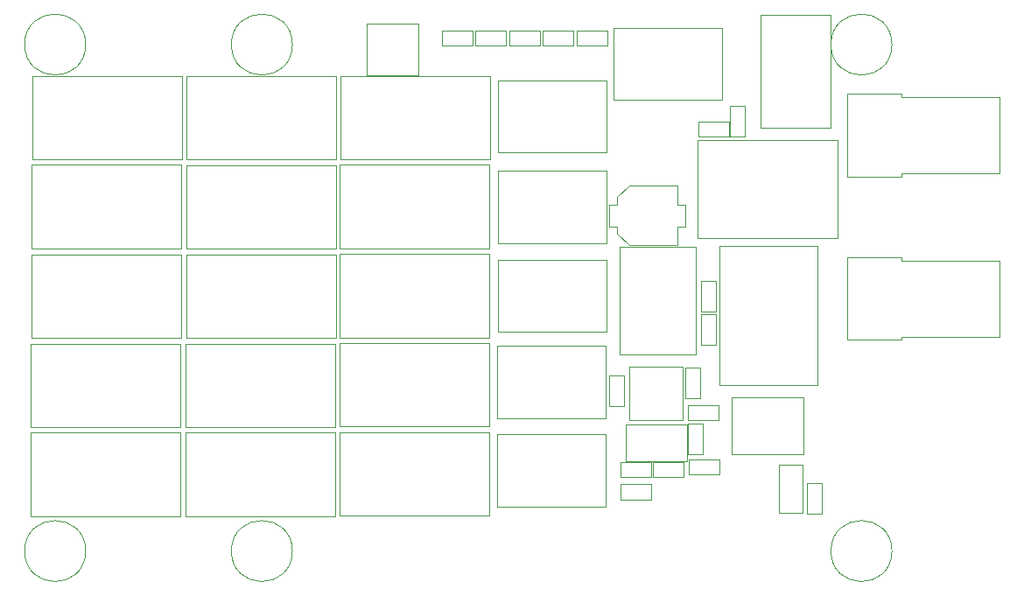
<source format=gbr>
G04 #@! TF.GenerationSoftware,KiCad,Pcbnew,9.0.0*
G04 #@! TF.CreationDate,2025-07-18T15:04:11-05:00*
G04 #@! TF.ProjectId,txfilters,74786669-6c74-4657-9273-2e6b69636164,rev?*
G04 #@! TF.SameCoordinates,Original*
G04 #@! TF.FileFunction,Other,User*
%FSLAX46Y46*%
G04 Gerber Fmt 4.6, Leading zero omitted, Abs format (unit mm)*
G04 Created by KiCad (PCBNEW 9.0.0) date 2025-07-18 15:04:11*
%MOMM*%
%LPD*%
G01*
G04 APERTURE LIST*
%ADD10C,0.050000*%
G04 APERTURE END LIST*
D10*
G04 #@! TO.C,K6*
X146855000Y-148325000D02*
X146855000Y-141345000D01*
X146855000Y-148325000D02*
X157355000Y-148325000D01*
X157355000Y-141345000D02*
X146855000Y-141345000D01*
X157355000Y-141345000D02*
X157355000Y-148325000D01*
G04 #@! TO.C,L9*
X101795000Y-123932500D02*
X101795000Y-132002500D01*
X101795000Y-132002500D02*
X116275000Y-132002500D01*
X116275000Y-123932500D02*
X101795000Y-123932500D01*
X116275000Y-132002500D02*
X116275000Y-123932500D01*
G04 #@! TO.C,C27*
X169347000Y-109597000D02*
X170807000Y-109597000D01*
X169347000Y-112557000D02*
X169347000Y-109597000D01*
X170807000Y-109597000D02*
X170807000Y-112557000D01*
X170807000Y-112557000D02*
X169347000Y-112557000D01*
G04 #@! TO.C,H1*
X107030000Y-103630000D02*
G75*
G02*
X101130000Y-103630000I-2950000J0D01*
G01*
X101130000Y-103630000D02*
G75*
G02*
X107030000Y-103630000I2950000J0D01*
G01*
G04 #@! TO.C,J8*
X134250000Y-101600000D02*
X134250000Y-106600000D01*
X134250000Y-106600000D02*
X139250000Y-106600000D01*
X139250000Y-101600000D02*
X134250000Y-101600000D01*
X139250000Y-106600000D02*
X139250000Y-101600000D01*
G04 #@! TO.C,L1*
X131705000Y-106670000D02*
X131705000Y-114740000D01*
X131705000Y-114740000D02*
X146185000Y-114740000D01*
X146185000Y-106670000D02*
X131705000Y-106670000D01*
X146185000Y-114740000D02*
X146185000Y-106670000D01*
G04 #@! TO.C,K1*
X146955000Y-114075000D02*
X146955000Y-107095000D01*
X146955000Y-114075000D02*
X157455000Y-114075000D01*
X157455000Y-107095000D02*
X146955000Y-107095000D01*
X157455000Y-107095000D02*
X157455000Y-114075000D01*
G04 #@! TO.C,L17*
X166235000Y-112865000D02*
X166235000Y-122365000D01*
X166235000Y-112865000D02*
X179735000Y-112865000D01*
X179735000Y-122365000D02*
X166235000Y-122365000D01*
X179735000Y-122365000D02*
X179735000Y-112865000D01*
G04 #@! TO.C,L2*
X116745000Y-106670000D02*
X116745000Y-114740000D01*
X116745000Y-114740000D02*
X131225000Y-114740000D01*
X131225000Y-106670000D02*
X116745000Y-106670000D01*
X131225000Y-114740000D02*
X131225000Y-106670000D01*
G04 #@! TO.C,L3*
X101865000Y-106670000D02*
X101865000Y-114740000D01*
X101865000Y-114740000D02*
X116345000Y-114740000D01*
X116345000Y-106670000D02*
X101865000Y-106670000D01*
X116345000Y-114740000D02*
X116345000Y-106670000D01*
G04 #@! TO.C,K5*
X146845000Y-139762500D02*
X146845000Y-132782500D01*
X146845000Y-139762500D02*
X157345000Y-139762500D01*
X157345000Y-132782500D02*
X146845000Y-132782500D01*
X157345000Y-132782500D02*
X157345000Y-139762500D01*
G04 #@! TO.C,U3*
X158655000Y-123185000D02*
X158655000Y-133585000D01*
X158655000Y-133585000D02*
X166055000Y-133585000D01*
X166055000Y-123185000D02*
X158655000Y-123185000D01*
X166055000Y-133585000D02*
X166055000Y-123185000D01*
G04 #@! TO.C,C3*
X161925000Y-144045000D02*
X164885000Y-144045000D01*
X161925000Y-145505000D02*
X161925000Y-144045000D01*
X164885000Y-144045000D02*
X164885000Y-145505000D01*
X164885000Y-145505000D02*
X161925000Y-145505000D01*
G04 #@! TO.C,R11*
X176770000Y-146020000D02*
X178230000Y-146020000D01*
X176770000Y-148980000D02*
X176770000Y-146020000D01*
X178230000Y-146020000D02*
X178230000Y-148980000D01*
X178230000Y-148980000D02*
X176770000Y-148980000D01*
G04 #@! TO.C,H6*
X185030000Y-152630000D02*
G75*
G02*
X179130000Y-152630000I-2950000J0D01*
G01*
X179130000Y-152630000D02*
G75*
G02*
X185030000Y-152630000I2950000J0D01*
G01*
G04 #@! TO.C,C47*
X154545000Y-102270000D02*
X157505000Y-102270000D01*
X154545000Y-103730000D02*
X154545000Y-102270000D01*
X157505000Y-102270000D02*
X157505000Y-103730000D01*
X157505000Y-103730000D02*
X154545000Y-103730000D01*
G04 #@! TO.C,C48*
X148020000Y-102270000D02*
X150980000Y-102270000D01*
X148020000Y-103730000D02*
X148020000Y-102270000D01*
X150980000Y-102270000D02*
X150980000Y-103730000D01*
X150980000Y-103730000D02*
X148020000Y-103730000D01*
G04 #@! TO.C,H2*
X127030000Y-103630000D02*
G75*
G02*
X121130000Y-103630000I-2950000J0D01*
G01*
X121130000Y-103630000D02*
G75*
G02*
X127030000Y-103630000I2950000J0D01*
G01*
G04 #@! TO.C,J3*
X180737500Y-132205000D02*
X180737500Y-124205000D01*
X185937500Y-124205000D02*
X180737500Y-124205000D01*
X185937500Y-124525000D02*
X185937500Y-124205000D01*
X185937500Y-124525000D02*
X195457500Y-124525000D01*
X185937500Y-131885000D02*
X185937500Y-132205000D01*
X185937500Y-132205000D02*
X180737500Y-132205000D01*
X195457500Y-124525000D02*
X195457500Y-131885000D01*
X195457500Y-131885000D02*
X185937500Y-131885000D01*
G04 #@! TO.C,L6*
X101795000Y-115271250D02*
X101795000Y-123341250D01*
X101795000Y-123341250D02*
X116275000Y-123341250D01*
X116275000Y-115271250D02*
X101795000Y-115271250D01*
X116275000Y-123341250D02*
X116275000Y-115271250D01*
G04 #@! TO.C,C6*
X157649000Y-119113000D02*
X157649000Y-121213000D01*
X157649000Y-121213000D02*
X158449000Y-121213000D01*
X158449000Y-118413000D02*
X158449000Y-119113000D01*
X158449000Y-118413000D02*
X159599000Y-117263000D01*
X158449000Y-119113000D02*
X157649000Y-119113000D01*
X158449000Y-121213000D02*
X158449000Y-121913000D01*
X158449000Y-121913000D02*
X159599000Y-123063000D01*
X159599000Y-117263000D02*
X164249000Y-117263000D01*
X159599000Y-123063000D02*
X164249000Y-123063000D01*
X164249000Y-117263000D02*
X164249000Y-119113000D01*
X164249000Y-119113000D02*
X165049000Y-119113000D01*
X164249000Y-121213000D02*
X164249000Y-123063000D01*
X165049000Y-119113000D02*
X165049000Y-121213000D01*
X165049000Y-121213000D02*
X164249000Y-121213000D01*
G04 #@! TO.C,C26*
X166555000Y-126519000D02*
X168015000Y-126519000D01*
X166555000Y-129479000D02*
X166555000Y-126519000D01*
X168015000Y-126519000D02*
X168015000Y-129479000D01*
X168015000Y-129479000D02*
X166555000Y-129479000D01*
G04 #@! TO.C,L15*
X101745000Y-141179000D02*
X101745000Y-149249000D01*
X101745000Y-149249000D02*
X116225000Y-149249000D01*
X116225000Y-141179000D02*
X101745000Y-141179000D01*
X116225000Y-149249000D02*
X116225000Y-141179000D01*
G04 #@! TO.C,H4*
X107030000Y-152630000D02*
G75*
G02*
X101130000Y-152630000I-2950000J0D01*
G01*
X101130000Y-152630000D02*
G75*
G02*
X107030000Y-152630000I2950000J0D01*
G01*
G04 #@! TO.C,H5*
X127030000Y-152630000D02*
G75*
G02*
X121130000Y-152630000I-2950000J0D01*
G01*
X121130000Y-152630000D02*
G75*
G02*
X127030000Y-152630000I2950000J0D01*
G01*
G04 #@! TO.C,R10*
X165020000Y-134845000D02*
X166480000Y-134845000D01*
X165020000Y-137805000D02*
X165020000Y-134845000D01*
X166480000Y-134845000D02*
X166480000Y-137805000D01*
X166480000Y-137805000D02*
X165020000Y-137805000D01*
G04 #@! TO.C,L16*
X168325000Y-136595000D02*
X168325000Y-123095000D01*
X168325000Y-136595000D02*
X177825000Y-136595000D01*
X177825000Y-123095000D02*
X168325000Y-123095000D01*
X177825000Y-123095000D02*
X177825000Y-136595000D01*
G04 #@! TO.C,R2*
X166555000Y-129693000D02*
X168015000Y-129693000D01*
X166555000Y-132653000D02*
X166555000Y-129693000D01*
X168015000Y-129693000D02*
X168015000Y-132653000D01*
X168015000Y-132653000D02*
X166555000Y-132653000D01*
G04 #@! TO.C,J7*
X169550000Y-137750000D02*
X169550000Y-143250000D01*
X169550000Y-143250000D02*
X176450000Y-143250000D01*
X176450000Y-137750000D02*
X169550000Y-137750000D01*
X176450000Y-143250000D02*
X176450000Y-137750000D01*
G04 #@! TO.C,H3*
X185030000Y-103630000D02*
G75*
G02*
X179130000Y-103630000I-2950000J0D01*
G01*
X179130000Y-103630000D02*
G75*
G02*
X185030000Y-103630000I2950000J0D01*
G01*
G04 #@! TO.C,R3*
X165293000Y-140274000D02*
X166753000Y-140274000D01*
X165293000Y-143234000D02*
X165293000Y-140274000D01*
X166753000Y-140274000D02*
X166753000Y-143234000D01*
X166753000Y-143234000D02*
X165293000Y-143234000D01*
G04 #@! TO.C,J2*
X180737500Y-116395000D02*
X180737500Y-108395000D01*
X185937500Y-108395000D02*
X180737500Y-108395000D01*
X185937500Y-108715000D02*
X185937500Y-108395000D01*
X185937500Y-108715000D02*
X195457500Y-108715000D01*
X185937500Y-116075000D02*
X185937500Y-116395000D01*
X185937500Y-116395000D02*
X180737500Y-116395000D01*
X195457500Y-108715000D02*
X195457500Y-116075000D01*
X195457500Y-116075000D02*
X185937500Y-116075000D01*
G04 #@! TO.C,R4*
X165305000Y-138525000D02*
X168265000Y-138525000D01*
X165305000Y-139985000D02*
X165305000Y-138525000D01*
X168265000Y-138525000D02*
X168265000Y-139985000D01*
X168265000Y-139985000D02*
X165305000Y-139985000D01*
G04 #@! TO.C,L11*
X116695000Y-132575250D02*
X116695000Y-140645250D01*
X116695000Y-140645250D02*
X131175000Y-140645250D01*
X131175000Y-132575250D02*
X116695000Y-132575250D01*
X131175000Y-140645250D02*
X131175000Y-132575250D01*
G04 #@! TO.C,L7*
X131635000Y-123902500D02*
X131635000Y-131972500D01*
X131635000Y-131972500D02*
X146115000Y-131972500D01*
X146115000Y-123902500D02*
X131635000Y-123902500D01*
X146115000Y-131972500D02*
X146115000Y-123902500D01*
G04 #@! TO.C,J6*
X172303000Y-100763000D02*
X172303000Y-111663000D01*
X172303000Y-111663000D02*
X179053000Y-111663000D01*
X179053000Y-100763000D02*
X172303000Y-100763000D01*
X179053000Y-111663000D02*
X179053000Y-100763000D01*
G04 #@! TO.C,L19*
X144732500Y-102270000D02*
X147692500Y-102270000D01*
X144732500Y-103730000D02*
X144732500Y-102270000D01*
X147692500Y-102270000D02*
X147692500Y-103730000D01*
X147692500Y-103730000D02*
X144732500Y-103730000D01*
G04 #@! TO.C,K2*
X158135000Y-109015000D02*
X158135000Y-102035000D01*
X158135000Y-109015000D02*
X168635000Y-109015000D01*
X168635000Y-102035000D02*
X158135000Y-102035000D01*
X168635000Y-102035000D02*
X168635000Y-109015000D01*
G04 #@! TO.C,C49*
X141520000Y-102270000D02*
X144480000Y-102270000D01*
X141520000Y-103730000D02*
X141520000Y-102270000D01*
X144480000Y-102270000D02*
X144480000Y-103730000D01*
X144480000Y-103730000D02*
X141520000Y-103730000D01*
G04 #@! TO.C,D4*
X174100000Y-148950000D02*
X174100000Y-144250000D01*
X176400000Y-144250000D02*
X174100000Y-144250000D01*
X176400000Y-144250000D02*
X176400000Y-148950000D01*
X176400000Y-148950000D02*
X174100000Y-148950000D01*
G04 #@! TO.C,L4*
X131635000Y-115256250D02*
X131635000Y-123326250D01*
X131635000Y-123326250D02*
X146115000Y-123326250D01*
X146115000Y-115256250D02*
X131635000Y-115256250D01*
X146115000Y-123326250D02*
X146115000Y-115256250D01*
G04 #@! TO.C,L8*
X116755000Y-123947500D02*
X116755000Y-132017500D01*
X116755000Y-132017500D02*
X131235000Y-132017500D01*
X131235000Y-123947500D02*
X116755000Y-123947500D01*
X131235000Y-132017500D02*
X131235000Y-123947500D01*
G04 #@! TO.C,L12*
X101735000Y-132567750D02*
X101735000Y-140637750D01*
X101735000Y-140637750D02*
X116215000Y-140637750D01*
X116215000Y-132567750D02*
X101735000Y-132567750D01*
X116215000Y-140637750D02*
X116215000Y-132567750D01*
G04 #@! TO.C,R9*
X165345000Y-143770000D02*
X168305000Y-143770000D01*
X165345000Y-145230000D02*
X165345000Y-143770000D01*
X168305000Y-143770000D02*
X168305000Y-145230000D01*
X168305000Y-145230000D02*
X165345000Y-145230000D01*
G04 #@! TO.C,K3*
X146905000Y-122817500D02*
X146905000Y-115837500D01*
X146905000Y-122817500D02*
X157405000Y-122817500D01*
X157405000Y-115837500D02*
X146905000Y-115837500D01*
X157405000Y-115837500D02*
X157405000Y-122817500D01*
G04 #@! TO.C,R1*
X158775000Y-144043000D02*
X161735000Y-144043000D01*
X158775000Y-145503000D02*
X158775000Y-144043000D01*
X161735000Y-144043000D02*
X161735000Y-145503000D01*
X161735000Y-145503000D02*
X158775000Y-145503000D01*
G04 #@! TO.C,L13*
X131585000Y-141119000D02*
X131585000Y-149189000D01*
X131585000Y-149189000D02*
X146065000Y-149189000D01*
X146065000Y-141119000D02*
X131585000Y-141119000D01*
X146065000Y-149189000D02*
X146065000Y-141119000D01*
G04 #@! TO.C,U1*
X159305000Y-143975000D02*
X159305000Y-140375000D01*
X165205000Y-140375000D02*
X159305000Y-140375000D01*
X165205000Y-143975000D02*
X159305000Y-143975000D01*
X165205000Y-143975000D02*
X165205000Y-140375000D01*
G04 #@! TO.C,L14*
X116705000Y-141179000D02*
X116705000Y-149249000D01*
X116705000Y-149249000D02*
X131185000Y-149249000D01*
X131185000Y-141179000D02*
X116705000Y-141179000D01*
X131185000Y-149249000D02*
X131185000Y-141179000D01*
G04 #@! TO.C,L5*
X116755000Y-115293750D02*
X116755000Y-123363750D01*
X116755000Y-123363750D02*
X131235000Y-123363750D01*
X131235000Y-115293750D02*
X116755000Y-115293750D01*
X131235000Y-123363750D02*
X131235000Y-115293750D01*
G04 #@! TO.C,L18*
X151270000Y-102270000D02*
X154230000Y-102270000D01*
X151270000Y-103730000D02*
X151270000Y-102270000D01*
X154230000Y-102270000D02*
X154230000Y-103730000D01*
X154230000Y-103730000D02*
X151270000Y-103730000D01*
G04 #@! TO.C,K4*
X146905000Y-131430000D02*
X146905000Y-124450000D01*
X146905000Y-131430000D02*
X157405000Y-131430000D01*
X157405000Y-124450000D02*
X146905000Y-124450000D01*
X157405000Y-124450000D02*
X157405000Y-131430000D01*
G04 #@! TO.C,U2*
X159625000Y-134775000D02*
X159625000Y-139975000D01*
X159625000Y-139975000D02*
X164825000Y-139975000D01*
X164825000Y-134775000D02*
X159625000Y-134775000D01*
X164825000Y-139975000D02*
X164825000Y-134775000D01*
G04 #@! TO.C,R7*
X166291000Y-111109000D02*
X169251000Y-111109000D01*
X166291000Y-112569000D02*
X166291000Y-111109000D01*
X169251000Y-111109000D02*
X169251000Y-112569000D01*
X169251000Y-112569000D02*
X166291000Y-112569000D01*
G04 #@! TO.C,C2*
X157685000Y-135685000D02*
X159145000Y-135685000D01*
X157685000Y-138645000D02*
X157685000Y-135685000D01*
X159145000Y-135685000D02*
X159145000Y-138645000D01*
X159145000Y-138645000D02*
X157685000Y-138645000D01*
G04 #@! TO.C,R8*
X158775000Y-146172000D02*
X161735000Y-146172000D01*
X158775000Y-147632000D02*
X158775000Y-146172000D01*
X161735000Y-146172000D02*
X161735000Y-147632000D01*
X161735000Y-147632000D02*
X158775000Y-147632000D01*
G04 #@! TO.C,L10*
X131575000Y-132522750D02*
X131575000Y-140592750D01*
X131575000Y-140592750D02*
X146055000Y-140592750D01*
X146055000Y-132522750D02*
X131575000Y-132522750D01*
X146055000Y-140592750D02*
X146055000Y-132522750D01*
G04 #@! TD*
M02*

</source>
